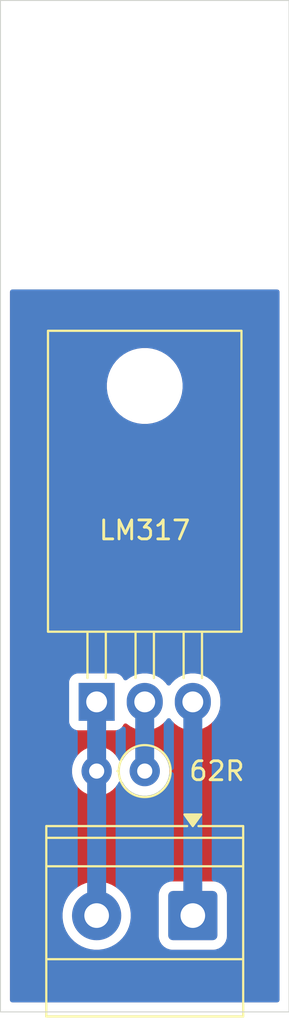
<source format=kicad_pcb>
(kicad_pcb (version 20241229) (generator "pcbnew") (generator_version "9.0")
  (layers (0 "F.Cu" signal) (2 "B.Cu" signal) (13 "F.Paste" user) (15 "B.Paste" user) (5 "F.SilkS" user "F.Silkscreen") (7 "B.SilkS" user "B.Silkscreen") (1 "F.Mask" user) (3 "B.Mask" user) (25 "Edge.Cuts" user))
  (net 0 "")
  (net 1 "Net-(J1-Pin_2)")
  (net 2 "Net-(J1-Pin_1)")
  (net 3 "Net-(U1-VO)")
  (footprint "TerminalBlock_Phoenix:TerminalBlock_Phoenix_MKDS-1,5-2-5.08_1x02_P5.08mm_Horizontal" (layer "F.Cu") (at 35.56 73.66 180)
    (property "Reference" "J1" (hide yes))
    (property "Value" "Screw_Terminal_01x02" (hide yes))
    (fp_line (start 7.74 4.72) (end 0.3 4.72) (stroke (width 0.12)) (layer "F.SilkS"))
    (fp_line (start 7.74 -5.32) (end 7.74 4.72) (stroke (width 0.12)) (layer "F.SilkS"))
    (fp_line (start -0.3 4.72) (end -2.66 4.72) (stroke (width 0.12)) (layer "F.SilkS"))
    (fp_line (start -2.66 4.72) (end -2.66 -5.32) (stroke (width 0.12)) (layer "F.SilkS"))
    (fp_line (start -2.66 4.1) (end 7.74 4.1) (stroke (width 0.12)) (layer "F.SilkS"))
    (fp_line (start -2.66 2.6) (end 7.74 2.6) (stroke (width 0.12)) (layer "F.SilkS"))
    (fp_line (start -2.66 -2.3) (end 7.74 -2.3) (stroke (width 0.12)) (layer "F.SilkS"))
    (fp_line (start -2.66 -5.32) (end 7.74 -5.32) (stroke (width 0.12)) (layer "F.SilkS"))
    (fp_poly (pts (xy 0 4.72) (xy 0.44 5.33) (xy -0.44 5.33)) (stroke (width 0.12)) (fill yes) (layer "F.SilkS"))
    (pad "1" thru_hole roundrect (at 0 0 180) (size 2.6 2.6) (drill 1.3) (layers "*.Cu" "*.Mask") (roundrect_rratio 0.096154) (net 2 "Net-(J1-Pin_1)"))
    (pad "2" thru_hole circle (at 5.08 0 180) (size 2.6 2.6) (drill 1.3) (layers "*.Cu" "*.Mask") (net 1 "Net-(J1-Pin_2)"))
  )
  (footprint "MountingHole:MountingHole_3.2mm_M3" (layer "F.Cu") (at 33.02 33.02)
    (property "Reference" "H1" (hide yes))
    (property "Value" "MountingHole_Pad" (hide yes))
    (pad "" np_thru_hole circle (at 0 0) (size 3.2 3.2) (drill 3.2) (layers "*.Cu" "*.Mask"))
  )
  (footprint "Resistor_THT:R_Axial_DIN0207_L6.3mm_D2.5mm_P2.54mm_Vertical" (layer "F.Cu") (at 33.02 66.04 180)
    (property "Reference" "R1" (hide yes))
    (property "Value" "62R" (at -3.81 0 0) (layer "F.SilkS"))
    (fp_line (start 1.37 0) (end 1.44 0) (stroke (width 0.12)) (layer "F.SilkS"))
    (fp_circle (center 0 0) (end 1.37 0) (stroke (width 0.12)) (fill no) (layer "F.SilkS"))
    (pad "1" thru_hole circle (at 0 0 180) (size 1.6 1.6) (drill 0.8) (layers "*.Cu" "*.Mask") (net 3 "Net-(U1-VO)"))
    (pad "2" thru_hole circle (at 2.54 0 180) (size 1.6 1.6) (drill 0.8) (layers "*.Cu" "*.Mask") (net 1 "Net-(J1-Pin_2)"))
  )
  (footprint "Package_TO_SOT_THT:TO-220-3_Horizontal_TabDown" (layer "F.Cu") (at 30.48 62.39)
    (property "Reference" "U1" (hide yes))
    (property "Value" "LM317_TO-220" (hide yes))
    (property "Label" "LM317" (at 2.54 -9.05 0) (layer "F.SilkS"))
    (fp_line (start -2.57 -19.57) (end 7.65 -19.57) (stroke (width 0.12)) (layer "F.SilkS"))
    (fp_line (start -2.57 -3.7) (end -2.57 -19.57) (stroke (width 0.12)) (layer "F.SilkS"))
    (fp_line (start -2.57 -3.7) (end 7.65 -3.7) (stroke (width 0.12)) (layer "F.SilkS"))
    (fp_line (start -0.485 -3.7) (end -0.485 -1.26) (stroke (width 0.12)) (layer "F.SilkS"))
    (fp_line (start 0.485 -3.7) (end 0.485 -1.26) (stroke (width 0.12)) (layer "F.SilkS"))
    (fp_line (start 2.055 -3.7) (end 2.055 -1.26) (stroke (width 0.12)) (layer "F.SilkS"))
    (fp_line (start 3.025 -3.7) (end 3.025 -1.26) (stroke (width 0.12)) (layer "F.SilkS"))
    (fp_line (start 4.595 -3.7) (end 4.595 -1.26) (stroke (width 0.12)) (layer "F.SilkS"))
    (fp_line (start 5.565 -3.7) (end 5.565 -1.26) (stroke (width 0.12)) (layer "F.SilkS"))
    (fp_line (start 7.65 -3.7) (end 7.65 -19.57) (stroke (width 0.12)) (layer "F.SilkS"))
    (pad "" np_thru_hole circle (at 2.54 -16.66) (size 3.5 3.5) (drill 3.5) (layers "*.Cu" "*.Mask"))
    (pad "1" thru_hole rect (at 0 0) (size 1.905 2) (drill 1.1) (layers "*.Cu" "*.Mask") (net 1 "Net-(J1-Pin_2)"))
    (pad "2" thru_hole oval (at 2.54 0) (size 1.905 2) (drill 1.1) (layers "*.Cu" "*.Mask") (net 3 "Net-(U1-VO)"))
    (pad "3" thru_hole oval (at 5.08 0) (size 1.905 2) (drill 1.1) (layers "*.Cu" "*.Mask") (net 2 "Net-(J1-Pin_1)"))
  )
  (gr_line (start 25.4 78.74) (end 25.4 25.4) (stroke (width 0.05)) (layer "Edge.Cuts"))
  (gr_line (start 40.64 25.4) (end 40.64 78.74) (stroke (width 0.05)) (layer "Edge.Cuts"))
  (gr_line (start 40.64 78.74) (end 25.4 78.74) (stroke (width 0.05)) (layer "Edge.Cuts"))
  (gr_line (start 25.4 25.4) (end 40.64 25.4) (stroke (width 0.05)) (layer "Edge.Cuts"))
  (segment (start 30.48 73.66) (end 30.48 66.04) (width 1) (layer "B.Cu") (net 1))
  (segment (start 30.48 66.04) (end 30.48 62.39) (width 1) (layer "B.Cu") (net 1))
  (segment (start 35.56 62.39) (end 35.56 73.66) (width 1) (layer "B.Cu") (net 2))
  (segment (start 33.02 62.39) (end 33.02 66.04) (width 1) (layer "B.Cu") (net 3))
  (zone (net 0) (net_name "") (layers "F.Cu" "B.Cu") (connect_pads (clearance 0.5)) (min_thickness 0.25) (fill yes (thermal_gap 0.5) (thermal_bridge_width 0.5) (island_removal_mode 1) (island_area_min 10))
    (polygon (pts (xy 25.4 40.64) (xy 40.64 40.64) (xy 40.64 78.74) (xy 25.4 78.74)))
  )
)
</source>
